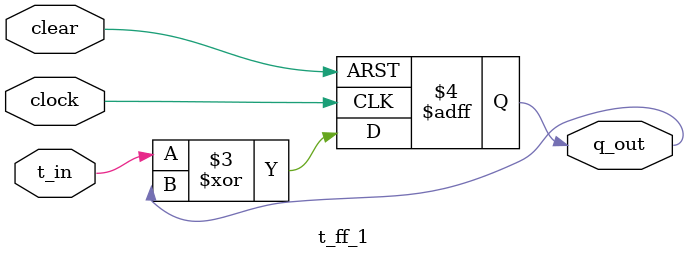
<source format=v>
module t_ff_1(q_out,t_in,clock,clear);
    input t_in,clock,clear;
	 output reg q_out;
	 always @(posedge clock or negedge clear)
	     begin
		      if(~clear)
				   q_out <= 1'b0;
				else
				    q_out <= t_in ^ q_out;  
		  end
endmodule
</source>
